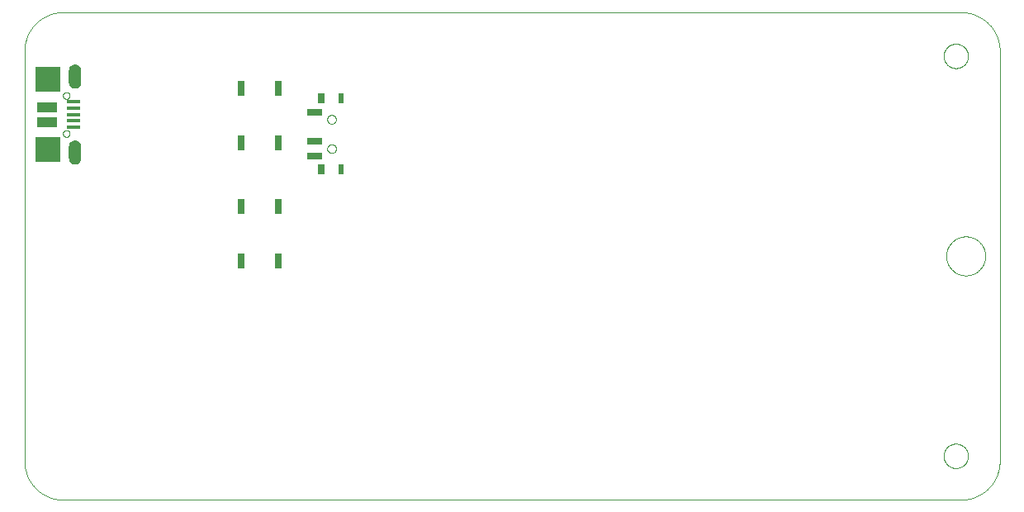
<source format=gbp>
G75*
%MOIN*%
%OFA0B0*%
%FSLAX25Y25*%
%IPPOS*%
%LPD*%
%AMOC8*
5,1,8,0,0,1.08239X$1,22.5*
%
%ADD10C,0.00000*%
%ADD11R,0.03000X0.06000*%
%ADD12R,0.05906X0.02756*%
%ADD13R,0.02362X0.03937*%
%ADD14R,0.03150X0.03937*%
%ADD15R,0.05315X0.01575*%
%ADD16R,0.07874X0.03937*%
%ADD17R,0.09843X0.09843*%
%ADD18C,0.00500*%
D10*
X0020048Y0004300D02*
X0382253Y0004300D01*
X0382634Y0004305D01*
X0383014Y0004318D01*
X0383394Y0004341D01*
X0383773Y0004374D01*
X0384151Y0004415D01*
X0384528Y0004465D01*
X0384904Y0004525D01*
X0385279Y0004593D01*
X0385651Y0004671D01*
X0386022Y0004758D01*
X0386390Y0004853D01*
X0386756Y0004958D01*
X0387119Y0005071D01*
X0387480Y0005193D01*
X0387837Y0005323D01*
X0388191Y0005463D01*
X0388542Y0005610D01*
X0388889Y0005767D01*
X0389232Y0005931D01*
X0389571Y0006104D01*
X0389906Y0006285D01*
X0390237Y0006474D01*
X0390562Y0006671D01*
X0390883Y0006875D01*
X0391199Y0007088D01*
X0391509Y0007308D01*
X0391815Y0007535D01*
X0392114Y0007770D01*
X0392408Y0008012D01*
X0392696Y0008260D01*
X0392978Y0008516D01*
X0393253Y0008779D01*
X0393522Y0009048D01*
X0393785Y0009323D01*
X0394041Y0009605D01*
X0394289Y0009893D01*
X0394531Y0010187D01*
X0394766Y0010486D01*
X0394993Y0010792D01*
X0395213Y0011102D01*
X0395426Y0011418D01*
X0395630Y0011739D01*
X0395827Y0012064D01*
X0396016Y0012395D01*
X0396197Y0012730D01*
X0396370Y0013069D01*
X0396534Y0013412D01*
X0396691Y0013759D01*
X0396838Y0014110D01*
X0396978Y0014464D01*
X0397108Y0014821D01*
X0397230Y0015182D01*
X0397343Y0015545D01*
X0397448Y0015911D01*
X0397543Y0016279D01*
X0397630Y0016650D01*
X0397708Y0017022D01*
X0397776Y0017397D01*
X0397836Y0017773D01*
X0397886Y0018150D01*
X0397927Y0018528D01*
X0397960Y0018907D01*
X0397983Y0019287D01*
X0397996Y0019667D01*
X0398001Y0020048D01*
X0398001Y0185402D01*
X0397996Y0185783D01*
X0397983Y0186163D01*
X0397960Y0186543D01*
X0397927Y0186922D01*
X0397886Y0187300D01*
X0397836Y0187677D01*
X0397776Y0188053D01*
X0397708Y0188428D01*
X0397630Y0188800D01*
X0397543Y0189171D01*
X0397448Y0189539D01*
X0397343Y0189905D01*
X0397230Y0190268D01*
X0397108Y0190629D01*
X0396978Y0190986D01*
X0396838Y0191340D01*
X0396691Y0191691D01*
X0396534Y0192038D01*
X0396370Y0192381D01*
X0396197Y0192720D01*
X0396016Y0193055D01*
X0395827Y0193386D01*
X0395630Y0193711D01*
X0395426Y0194032D01*
X0395213Y0194348D01*
X0394993Y0194658D01*
X0394766Y0194964D01*
X0394531Y0195263D01*
X0394289Y0195557D01*
X0394041Y0195845D01*
X0393785Y0196127D01*
X0393522Y0196402D01*
X0393253Y0196671D01*
X0392978Y0196934D01*
X0392696Y0197190D01*
X0392408Y0197438D01*
X0392114Y0197680D01*
X0391815Y0197915D01*
X0391509Y0198142D01*
X0391199Y0198362D01*
X0390883Y0198575D01*
X0390562Y0198779D01*
X0390237Y0198976D01*
X0389906Y0199165D01*
X0389571Y0199346D01*
X0389232Y0199519D01*
X0388889Y0199683D01*
X0388542Y0199840D01*
X0388191Y0199987D01*
X0387837Y0200127D01*
X0387480Y0200257D01*
X0387119Y0200379D01*
X0386756Y0200492D01*
X0386390Y0200597D01*
X0386022Y0200692D01*
X0385651Y0200779D01*
X0385279Y0200857D01*
X0384904Y0200925D01*
X0384528Y0200985D01*
X0384151Y0201035D01*
X0383773Y0201076D01*
X0383394Y0201109D01*
X0383014Y0201132D01*
X0382634Y0201145D01*
X0382253Y0201150D01*
X0020048Y0201150D01*
X0019667Y0201145D01*
X0019287Y0201132D01*
X0018907Y0201109D01*
X0018528Y0201076D01*
X0018150Y0201035D01*
X0017773Y0200985D01*
X0017397Y0200925D01*
X0017022Y0200857D01*
X0016650Y0200779D01*
X0016279Y0200692D01*
X0015911Y0200597D01*
X0015545Y0200492D01*
X0015182Y0200379D01*
X0014821Y0200257D01*
X0014464Y0200127D01*
X0014110Y0199987D01*
X0013759Y0199840D01*
X0013412Y0199683D01*
X0013069Y0199519D01*
X0012730Y0199346D01*
X0012395Y0199165D01*
X0012064Y0198976D01*
X0011739Y0198779D01*
X0011418Y0198575D01*
X0011102Y0198362D01*
X0010792Y0198142D01*
X0010486Y0197915D01*
X0010187Y0197680D01*
X0009893Y0197438D01*
X0009605Y0197190D01*
X0009323Y0196934D01*
X0009048Y0196671D01*
X0008779Y0196402D01*
X0008516Y0196127D01*
X0008260Y0195845D01*
X0008012Y0195557D01*
X0007770Y0195263D01*
X0007535Y0194964D01*
X0007308Y0194658D01*
X0007088Y0194348D01*
X0006875Y0194032D01*
X0006671Y0193711D01*
X0006474Y0193386D01*
X0006285Y0193055D01*
X0006104Y0192720D01*
X0005931Y0192381D01*
X0005767Y0192038D01*
X0005610Y0191691D01*
X0005463Y0191340D01*
X0005323Y0190986D01*
X0005193Y0190629D01*
X0005071Y0190268D01*
X0004958Y0189905D01*
X0004853Y0189539D01*
X0004758Y0189171D01*
X0004671Y0188800D01*
X0004593Y0188428D01*
X0004525Y0188053D01*
X0004465Y0187677D01*
X0004415Y0187300D01*
X0004374Y0186922D01*
X0004341Y0186543D01*
X0004318Y0186163D01*
X0004305Y0185783D01*
X0004300Y0185402D01*
X0004300Y0020048D01*
X0004305Y0019667D01*
X0004318Y0019287D01*
X0004341Y0018907D01*
X0004374Y0018528D01*
X0004415Y0018150D01*
X0004465Y0017773D01*
X0004525Y0017397D01*
X0004593Y0017022D01*
X0004671Y0016650D01*
X0004758Y0016279D01*
X0004853Y0015911D01*
X0004958Y0015545D01*
X0005071Y0015182D01*
X0005193Y0014821D01*
X0005323Y0014464D01*
X0005463Y0014110D01*
X0005610Y0013759D01*
X0005767Y0013412D01*
X0005931Y0013069D01*
X0006104Y0012730D01*
X0006285Y0012395D01*
X0006474Y0012064D01*
X0006671Y0011739D01*
X0006875Y0011418D01*
X0007088Y0011102D01*
X0007308Y0010792D01*
X0007535Y0010486D01*
X0007770Y0010187D01*
X0008012Y0009893D01*
X0008260Y0009605D01*
X0008516Y0009323D01*
X0008779Y0009048D01*
X0009048Y0008779D01*
X0009323Y0008516D01*
X0009605Y0008260D01*
X0009893Y0008012D01*
X0010187Y0007770D01*
X0010486Y0007535D01*
X0010792Y0007308D01*
X0011102Y0007088D01*
X0011418Y0006875D01*
X0011739Y0006671D01*
X0012064Y0006474D01*
X0012395Y0006285D01*
X0012730Y0006104D01*
X0013069Y0005931D01*
X0013412Y0005767D01*
X0013759Y0005610D01*
X0014110Y0005463D01*
X0014464Y0005323D01*
X0014821Y0005193D01*
X0015182Y0005071D01*
X0015545Y0004958D01*
X0015911Y0004853D01*
X0016279Y0004758D01*
X0016650Y0004671D01*
X0017022Y0004593D01*
X0017397Y0004525D01*
X0017773Y0004465D01*
X0018150Y0004415D01*
X0018528Y0004374D01*
X0018907Y0004341D01*
X0019287Y0004318D01*
X0019667Y0004305D01*
X0020048Y0004300D01*
X0014930Y0144457D02*
X0012568Y0144457D01*
X0012502Y0144465D01*
X0012438Y0144477D01*
X0012374Y0144493D01*
X0012311Y0144512D01*
X0012250Y0144536D01*
X0012190Y0144563D01*
X0012132Y0144593D01*
X0012076Y0144627D01*
X0012022Y0144664D01*
X0011970Y0144705D01*
X0011921Y0144749D01*
X0011874Y0144795D01*
X0011831Y0144844D01*
X0011790Y0144896D01*
X0011753Y0144950D01*
X0011719Y0145006D01*
X0011689Y0145064D01*
X0011662Y0145124D01*
X0011638Y0145185D01*
X0011619Y0145248D01*
X0011603Y0145312D01*
X0011591Y0145376D01*
X0011583Y0145442D01*
X0011579Y0145507D01*
X0011579Y0145573D01*
X0011583Y0145638D01*
X0011583Y0145639D02*
X0011579Y0145704D01*
X0011579Y0145770D01*
X0011583Y0145835D01*
X0011591Y0145901D01*
X0011603Y0145965D01*
X0011619Y0146029D01*
X0011638Y0146092D01*
X0011662Y0146153D01*
X0011689Y0146213D01*
X0011719Y0146271D01*
X0011753Y0146327D01*
X0011790Y0146381D01*
X0011831Y0146433D01*
X0011874Y0146482D01*
X0011921Y0146528D01*
X0011970Y0146572D01*
X0012022Y0146613D01*
X0012076Y0146650D01*
X0012132Y0146684D01*
X0012190Y0146714D01*
X0012250Y0146741D01*
X0012311Y0146765D01*
X0012374Y0146784D01*
X0012438Y0146800D01*
X0012502Y0146812D01*
X0012568Y0146820D01*
X0014930Y0146820D01*
X0014929Y0146820D02*
X0014992Y0146812D01*
X0015054Y0146801D01*
X0015116Y0146786D01*
X0015176Y0146768D01*
X0015236Y0146746D01*
X0015294Y0146721D01*
X0015350Y0146692D01*
X0015405Y0146660D01*
X0015457Y0146625D01*
X0015508Y0146587D01*
X0015556Y0146547D01*
X0015602Y0146503D01*
X0015645Y0146457D01*
X0015686Y0146408D01*
X0015724Y0146357D01*
X0015758Y0146305D01*
X0015790Y0146250D01*
X0015818Y0146193D01*
X0015843Y0146135D01*
X0015864Y0146075D01*
X0015882Y0146015D01*
X0015896Y0145953D01*
X0015907Y0145891D01*
X0015914Y0145828D01*
X0015918Y0145765D01*
X0015917Y0145702D01*
X0015914Y0145639D01*
X0015914Y0145638D02*
X0015917Y0145575D01*
X0015918Y0145512D01*
X0015914Y0145449D01*
X0015907Y0145386D01*
X0015896Y0145324D01*
X0015882Y0145262D01*
X0015864Y0145202D01*
X0015843Y0145142D01*
X0015818Y0145084D01*
X0015790Y0145027D01*
X0015758Y0144972D01*
X0015724Y0144920D01*
X0015686Y0144869D01*
X0015645Y0144820D01*
X0015602Y0144774D01*
X0015556Y0144730D01*
X0015508Y0144690D01*
X0015457Y0144652D01*
X0015405Y0144617D01*
X0015350Y0144585D01*
X0015294Y0144556D01*
X0015236Y0144531D01*
X0015176Y0144509D01*
X0015116Y0144491D01*
X0015054Y0144476D01*
X0014992Y0144465D01*
X0014929Y0144457D01*
X0019851Y0152135D02*
X0019853Y0152209D01*
X0019859Y0152283D01*
X0019869Y0152356D01*
X0019883Y0152429D01*
X0019900Y0152501D01*
X0019922Y0152571D01*
X0019947Y0152641D01*
X0019976Y0152709D01*
X0020009Y0152775D01*
X0020045Y0152840D01*
X0020085Y0152902D01*
X0020127Y0152963D01*
X0020173Y0153021D01*
X0020222Y0153076D01*
X0020274Y0153129D01*
X0020329Y0153179D01*
X0020386Y0153225D01*
X0020446Y0153269D01*
X0020508Y0153309D01*
X0020572Y0153346D01*
X0020638Y0153380D01*
X0020706Y0153410D01*
X0020775Y0153436D01*
X0020846Y0153459D01*
X0020917Y0153477D01*
X0020990Y0153492D01*
X0021063Y0153503D01*
X0021137Y0153510D01*
X0021211Y0153513D01*
X0021284Y0153512D01*
X0021358Y0153507D01*
X0021432Y0153498D01*
X0021505Y0153485D01*
X0021577Y0153468D01*
X0021648Y0153448D01*
X0021718Y0153423D01*
X0021786Y0153395D01*
X0021853Y0153364D01*
X0021918Y0153328D01*
X0021981Y0153290D01*
X0022042Y0153248D01*
X0022101Y0153202D01*
X0022157Y0153154D01*
X0022210Y0153103D01*
X0022260Y0153049D01*
X0022308Y0152992D01*
X0022352Y0152933D01*
X0022394Y0152871D01*
X0022432Y0152808D01*
X0022466Y0152742D01*
X0022497Y0152675D01*
X0022524Y0152606D01*
X0022547Y0152536D01*
X0022567Y0152465D01*
X0022583Y0152392D01*
X0022595Y0152319D01*
X0022603Y0152246D01*
X0022607Y0152172D01*
X0022607Y0152098D01*
X0022603Y0152024D01*
X0022595Y0151951D01*
X0022583Y0151878D01*
X0022567Y0151805D01*
X0022547Y0151734D01*
X0022524Y0151664D01*
X0022497Y0151595D01*
X0022466Y0151528D01*
X0022432Y0151462D01*
X0022394Y0151399D01*
X0022352Y0151337D01*
X0022308Y0151278D01*
X0022260Y0151221D01*
X0022210Y0151167D01*
X0022157Y0151116D01*
X0022101Y0151068D01*
X0022042Y0151022D01*
X0021981Y0150980D01*
X0021918Y0150942D01*
X0021853Y0150906D01*
X0021786Y0150875D01*
X0021718Y0150847D01*
X0021648Y0150822D01*
X0021577Y0150802D01*
X0021505Y0150785D01*
X0021432Y0150772D01*
X0021358Y0150763D01*
X0021284Y0150758D01*
X0021211Y0150757D01*
X0021137Y0150760D01*
X0021063Y0150767D01*
X0020990Y0150778D01*
X0020917Y0150793D01*
X0020846Y0150811D01*
X0020775Y0150834D01*
X0020706Y0150860D01*
X0020638Y0150890D01*
X0020572Y0150924D01*
X0020508Y0150961D01*
X0020446Y0151001D01*
X0020386Y0151045D01*
X0020329Y0151091D01*
X0020274Y0151141D01*
X0020222Y0151194D01*
X0020173Y0151249D01*
X0020127Y0151307D01*
X0020085Y0151368D01*
X0020045Y0151430D01*
X0020009Y0151495D01*
X0019976Y0151561D01*
X0019947Y0151629D01*
X0019922Y0151699D01*
X0019900Y0151769D01*
X0019883Y0151841D01*
X0019869Y0151914D01*
X0019859Y0151987D01*
X0019853Y0152061D01*
X0019851Y0152135D01*
X0019851Y0167489D02*
X0019853Y0167563D01*
X0019859Y0167637D01*
X0019869Y0167710D01*
X0019883Y0167783D01*
X0019900Y0167855D01*
X0019922Y0167925D01*
X0019947Y0167995D01*
X0019976Y0168063D01*
X0020009Y0168129D01*
X0020045Y0168194D01*
X0020085Y0168256D01*
X0020127Y0168317D01*
X0020173Y0168375D01*
X0020222Y0168430D01*
X0020274Y0168483D01*
X0020329Y0168533D01*
X0020386Y0168579D01*
X0020446Y0168623D01*
X0020508Y0168663D01*
X0020572Y0168700D01*
X0020638Y0168734D01*
X0020706Y0168764D01*
X0020775Y0168790D01*
X0020846Y0168813D01*
X0020917Y0168831D01*
X0020990Y0168846D01*
X0021063Y0168857D01*
X0021137Y0168864D01*
X0021211Y0168867D01*
X0021284Y0168866D01*
X0021358Y0168861D01*
X0021432Y0168852D01*
X0021505Y0168839D01*
X0021577Y0168822D01*
X0021648Y0168802D01*
X0021718Y0168777D01*
X0021786Y0168749D01*
X0021853Y0168718D01*
X0021918Y0168682D01*
X0021981Y0168644D01*
X0022042Y0168602D01*
X0022101Y0168556D01*
X0022157Y0168508D01*
X0022210Y0168457D01*
X0022260Y0168403D01*
X0022308Y0168346D01*
X0022352Y0168287D01*
X0022394Y0168225D01*
X0022432Y0168162D01*
X0022466Y0168096D01*
X0022497Y0168029D01*
X0022524Y0167960D01*
X0022547Y0167890D01*
X0022567Y0167819D01*
X0022583Y0167746D01*
X0022595Y0167673D01*
X0022603Y0167600D01*
X0022607Y0167526D01*
X0022607Y0167452D01*
X0022603Y0167378D01*
X0022595Y0167305D01*
X0022583Y0167232D01*
X0022567Y0167159D01*
X0022547Y0167088D01*
X0022524Y0167018D01*
X0022497Y0166949D01*
X0022466Y0166882D01*
X0022432Y0166816D01*
X0022394Y0166753D01*
X0022352Y0166691D01*
X0022308Y0166632D01*
X0022260Y0166575D01*
X0022210Y0166521D01*
X0022157Y0166470D01*
X0022101Y0166422D01*
X0022042Y0166376D01*
X0021981Y0166334D01*
X0021918Y0166296D01*
X0021853Y0166260D01*
X0021786Y0166229D01*
X0021718Y0166201D01*
X0021648Y0166176D01*
X0021577Y0166156D01*
X0021505Y0166139D01*
X0021432Y0166126D01*
X0021358Y0166117D01*
X0021284Y0166112D01*
X0021211Y0166111D01*
X0021137Y0166114D01*
X0021063Y0166121D01*
X0020990Y0166132D01*
X0020917Y0166147D01*
X0020846Y0166165D01*
X0020775Y0166188D01*
X0020706Y0166214D01*
X0020638Y0166244D01*
X0020572Y0166278D01*
X0020508Y0166315D01*
X0020446Y0166355D01*
X0020386Y0166399D01*
X0020329Y0166445D01*
X0020274Y0166495D01*
X0020222Y0166548D01*
X0020173Y0166603D01*
X0020127Y0166661D01*
X0020085Y0166722D01*
X0020045Y0166784D01*
X0020009Y0166849D01*
X0019976Y0166915D01*
X0019947Y0166983D01*
X0019922Y0167053D01*
X0019900Y0167123D01*
X0019883Y0167195D01*
X0019869Y0167268D01*
X0019859Y0167341D01*
X0019853Y0167415D01*
X0019851Y0167489D01*
X0014930Y0172804D02*
X0012568Y0172804D01*
X0012502Y0172812D01*
X0012438Y0172824D01*
X0012374Y0172840D01*
X0012311Y0172859D01*
X0012250Y0172883D01*
X0012190Y0172910D01*
X0012132Y0172940D01*
X0012076Y0172974D01*
X0012022Y0173011D01*
X0011970Y0173052D01*
X0011921Y0173096D01*
X0011874Y0173142D01*
X0011831Y0173191D01*
X0011790Y0173243D01*
X0011753Y0173297D01*
X0011719Y0173353D01*
X0011689Y0173411D01*
X0011662Y0173471D01*
X0011638Y0173532D01*
X0011619Y0173595D01*
X0011603Y0173659D01*
X0011591Y0173723D01*
X0011583Y0173789D01*
X0011579Y0173854D01*
X0011579Y0173920D01*
X0011583Y0173985D01*
X0011579Y0174050D01*
X0011579Y0174116D01*
X0011583Y0174181D01*
X0011591Y0174247D01*
X0011603Y0174311D01*
X0011619Y0174375D01*
X0011638Y0174438D01*
X0011662Y0174499D01*
X0011689Y0174559D01*
X0011719Y0174617D01*
X0011753Y0174673D01*
X0011790Y0174727D01*
X0011831Y0174779D01*
X0011874Y0174828D01*
X0011921Y0174874D01*
X0011970Y0174918D01*
X0012022Y0174959D01*
X0012076Y0174996D01*
X0012132Y0175030D01*
X0012190Y0175060D01*
X0012250Y0175087D01*
X0012311Y0175111D01*
X0012374Y0175130D01*
X0012438Y0175146D01*
X0012502Y0175158D01*
X0012568Y0175166D01*
X0014930Y0175166D01*
X0014929Y0175166D02*
X0014992Y0175158D01*
X0015054Y0175147D01*
X0015116Y0175132D01*
X0015176Y0175114D01*
X0015236Y0175092D01*
X0015294Y0175067D01*
X0015350Y0175038D01*
X0015405Y0175006D01*
X0015457Y0174971D01*
X0015508Y0174933D01*
X0015556Y0174893D01*
X0015602Y0174849D01*
X0015645Y0174803D01*
X0015686Y0174754D01*
X0015724Y0174703D01*
X0015758Y0174651D01*
X0015790Y0174596D01*
X0015818Y0174539D01*
X0015843Y0174481D01*
X0015864Y0174421D01*
X0015882Y0174361D01*
X0015896Y0174299D01*
X0015907Y0174237D01*
X0015914Y0174174D01*
X0015918Y0174111D01*
X0015917Y0174048D01*
X0015914Y0173985D01*
X0015917Y0173922D01*
X0015918Y0173859D01*
X0015914Y0173796D01*
X0015907Y0173733D01*
X0015896Y0173671D01*
X0015882Y0173609D01*
X0015864Y0173549D01*
X0015843Y0173489D01*
X0015818Y0173431D01*
X0015790Y0173374D01*
X0015758Y0173319D01*
X0015724Y0173267D01*
X0015686Y0173216D01*
X0015645Y0173167D01*
X0015602Y0173121D01*
X0015556Y0173077D01*
X0015508Y0173037D01*
X0015457Y0172999D01*
X0015405Y0172964D01*
X0015350Y0172932D01*
X0015294Y0172903D01*
X0015236Y0172878D01*
X0015176Y0172856D01*
X0015116Y0172838D01*
X0015054Y0172823D01*
X0014992Y0172812D01*
X0014929Y0172804D01*
X0126544Y0157843D02*
X0126546Y0157927D01*
X0126552Y0158010D01*
X0126562Y0158093D01*
X0126576Y0158176D01*
X0126593Y0158258D01*
X0126615Y0158339D01*
X0126640Y0158418D01*
X0126669Y0158497D01*
X0126702Y0158574D01*
X0126738Y0158649D01*
X0126778Y0158723D01*
X0126821Y0158795D01*
X0126868Y0158864D01*
X0126918Y0158931D01*
X0126971Y0158996D01*
X0127027Y0159058D01*
X0127085Y0159118D01*
X0127147Y0159175D01*
X0127211Y0159228D01*
X0127278Y0159279D01*
X0127347Y0159326D01*
X0127418Y0159371D01*
X0127491Y0159411D01*
X0127566Y0159448D01*
X0127643Y0159482D01*
X0127721Y0159512D01*
X0127800Y0159538D01*
X0127881Y0159561D01*
X0127963Y0159579D01*
X0128045Y0159594D01*
X0128128Y0159605D01*
X0128211Y0159612D01*
X0128295Y0159615D01*
X0128379Y0159614D01*
X0128462Y0159609D01*
X0128546Y0159600D01*
X0128628Y0159587D01*
X0128710Y0159571D01*
X0128791Y0159550D01*
X0128872Y0159526D01*
X0128950Y0159498D01*
X0129028Y0159466D01*
X0129104Y0159430D01*
X0129178Y0159391D01*
X0129250Y0159349D01*
X0129320Y0159303D01*
X0129388Y0159254D01*
X0129453Y0159202D01*
X0129516Y0159147D01*
X0129576Y0159089D01*
X0129634Y0159028D01*
X0129688Y0158964D01*
X0129740Y0158898D01*
X0129788Y0158830D01*
X0129833Y0158759D01*
X0129874Y0158686D01*
X0129913Y0158612D01*
X0129947Y0158536D01*
X0129978Y0158458D01*
X0130005Y0158379D01*
X0130029Y0158298D01*
X0130048Y0158217D01*
X0130064Y0158135D01*
X0130076Y0158052D01*
X0130084Y0157968D01*
X0130088Y0157885D01*
X0130088Y0157801D01*
X0130084Y0157718D01*
X0130076Y0157634D01*
X0130064Y0157551D01*
X0130048Y0157469D01*
X0130029Y0157388D01*
X0130005Y0157307D01*
X0129978Y0157228D01*
X0129947Y0157150D01*
X0129913Y0157074D01*
X0129874Y0157000D01*
X0129833Y0156927D01*
X0129788Y0156856D01*
X0129740Y0156788D01*
X0129688Y0156722D01*
X0129634Y0156658D01*
X0129576Y0156597D01*
X0129516Y0156539D01*
X0129453Y0156484D01*
X0129388Y0156432D01*
X0129320Y0156383D01*
X0129250Y0156337D01*
X0129178Y0156295D01*
X0129104Y0156256D01*
X0129028Y0156220D01*
X0128950Y0156188D01*
X0128872Y0156160D01*
X0128791Y0156136D01*
X0128710Y0156115D01*
X0128628Y0156099D01*
X0128546Y0156086D01*
X0128462Y0156077D01*
X0128379Y0156072D01*
X0128295Y0156071D01*
X0128211Y0156074D01*
X0128128Y0156081D01*
X0128045Y0156092D01*
X0127963Y0156107D01*
X0127881Y0156125D01*
X0127800Y0156148D01*
X0127721Y0156174D01*
X0127643Y0156204D01*
X0127566Y0156238D01*
X0127491Y0156275D01*
X0127418Y0156315D01*
X0127347Y0156360D01*
X0127278Y0156407D01*
X0127211Y0156458D01*
X0127147Y0156511D01*
X0127085Y0156568D01*
X0127027Y0156628D01*
X0126971Y0156690D01*
X0126918Y0156755D01*
X0126868Y0156822D01*
X0126821Y0156891D01*
X0126778Y0156963D01*
X0126738Y0157037D01*
X0126702Y0157112D01*
X0126669Y0157189D01*
X0126640Y0157268D01*
X0126615Y0157347D01*
X0126593Y0157428D01*
X0126576Y0157510D01*
X0126562Y0157593D01*
X0126552Y0157676D01*
X0126546Y0157759D01*
X0126544Y0157843D01*
X0126544Y0146032D02*
X0126546Y0146116D01*
X0126552Y0146199D01*
X0126562Y0146282D01*
X0126576Y0146365D01*
X0126593Y0146447D01*
X0126615Y0146528D01*
X0126640Y0146607D01*
X0126669Y0146686D01*
X0126702Y0146763D01*
X0126738Y0146838D01*
X0126778Y0146912D01*
X0126821Y0146984D01*
X0126868Y0147053D01*
X0126918Y0147120D01*
X0126971Y0147185D01*
X0127027Y0147247D01*
X0127085Y0147307D01*
X0127147Y0147364D01*
X0127211Y0147417D01*
X0127278Y0147468D01*
X0127347Y0147515D01*
X0127418Y0147560D01*
X0127491Y0147600D01*
X0127566Y0147637D01*
X0127643Y0147671D01*
X0127721Y0147701D01*
X0127800Y0147727D01*
X0127881Y0147750D01*
X0127963Y0147768D01*
X0128045Y0147783D01*
X0128128Y0147794D01*
X0128211Y0147801D01*
X0128295Y0147804D01*
X0128379Y0147803D01*
X0128462Y0147798D01*
X0128546Y0147789D01*
X0128628Y0147776D01*
X0128710Y0147760D01*
X0128791Y0147739D01*
X0128872Y0147715D01*
X0128950Y0147687D01*
X0129028Y0147655D01*
X0129104Y0147619D01*
X0129178Y0147580D01*
X0129250Y0147538D01*
X0129320Y0147492D01*
X0129388Y0147443D01*
X0129453Y0147391D01*
X0129516Y0147336D01*
X0129576Y0147278D01*
X0129634Y0147217D01*
X0129688Y0147153D01*
X0129740Y0147087D01*
X0129788Y0147019D01*
X0129833Y0146948D01*
X0129874Y0146875D01*
X0129913Y0146801D01*
X0129947Y0146725D01*
X0129978Y0146647D01*
X0130005Y0146568D01*
X0130029Y0146487D01*
X0130048Y0146406D01*
X0130064Y0146324D01*
X0130076Y0146241D01*
X0130084Y0146157D01*
X0130088Y0146074D01*
X0130088Y0145990D01*
X0130084Y0145907D01*
X0130076Y0145823D01*
X0130064Y0145740D01*
X0130048Y0145658D01*
X0130029Y0145577D01*
X0130005Y0145496D01*
X0129978Y0145417D01*
X0129947Y0145339D01*
X0129913Y0145263D01*
X0129874Y0145189D01*
X0129833Y0145116D01*
X0129788Y0145045D01*
X0129740Y0144977D01*
X0129688Y0144911D01*
X0129634Y0144847D01*
X0129576Y0144786D01*
X0129516Y0144728D01*
X0129453Y0144673D01*
X0129388Y0144621D01*
X0129320Y0144572D01*
X0129250Y0144526D01*
X0129178Y0144484D01*
X0129104Y0144445D01*
X0129028Y0144409D01*
X0128950Y0144377D01*
X0128872Y0144349D01*
X0128791Y0144325D01*
X0128710Y0144304D01*
X0128628Y0144288D01*
X0128546Y0144275D01*
X0128462Y0144266D01*
X0128379Y0144261D01*
X0128295Y0144260D01*
X0128211Y0144263D01*
X0128128Y0144270D01*
X0128045Y0144281D01*
X0127963Y0144296D01*
X0127881Y0144314D01*
X0127800Y0144337D01*
X0127721Y0144363D01*
X0127643Y0144393D01*
X0127566Y0144427D01*
X0127491Y0144464D01*
X0127418Y0144504D01*
X0127347Y0144549D01*
X0127278Y0144596D01*
X0127211Y0144647D01*
X0127147Y0144700D01*
X0127085Y0144757D01*
X0127027Y0144817D01*
X0126971Y0144879D01*
X0126918Y0144944D01*
X0126868Y0145011D01*
X0126821Y0145080D01*
X0126778Y0145152D01*
X0126738Y0145226D01*
X0126702Y0145301D01*
X0126669Y0145378D01*
X0126640Y0145457D01*
X0126615Y0145536D01*
X0126593Y0145617D01*
X0126576Y0145699D01*
X0126562Y0145782D01*
X0126552Y0145865D01*
X0126546Y0145948D01*
X0126544Y0146032D01*
X0375363Y0183434D02*
X0375365Y0183574D01*
X0375371Y0183714D01*
X0375381Y0183853D01*
X0375395Y0183992D01*
X0375413Y0184131D01*
X0375434Y0184269D01*
X0375460Y0184407D01*
X0375490Y0184544D01*
X0375523Y0184679D01*
X0375561Y0184814D01*
X0375602Y0184948D01*
X0375647Y0185081D01*
X0375695Y0185212D01*
X0375748Y0185341D01*
X0375804Y0185470D01*
X0375863Y0185596D01*
X0375927Y0185721D01*
X0375993Y0185844D01*
X0376064Y0185965D01*
X0376137Y0186084D01*
X0376214Y0186201D01*
X0376295Y0186315D01*
X0376378Y0186427D01*
X0376465Y0186537D01*
X0376555Y0186645D01*
X0376647Y0186749D01*
X0376743Y0186851D01*
X0376842Y0186951D01*
X0376943Y0187047D01*
X0377047Y0187141D01*
X0377154Y0187231D01*
X0377263Y0187318D01*
X0377375Y0187403D01*
X0377489Y0187484D01*
X0377605Y0187562D01*
X0377723Y0187636D01*
X0377844Y0187707D01*
X0377966Y0187775D01*
X0378091Y0187839D01*
X0378217Y0187900D01*
X0378344Y0187957D01*
X0378474Y0188010D01*
X0378605Y0188060D01*
X0378737Y0188105D01*
X0378870Y0188148D01*
X0379005Y0188186D01*
X0379140Y0188220D01*
X0379277Y0188251D01*
X0379414Y0188278D01*
X0379552Y0188300D01*
X0379691Y0188319D01*
X0379830Y0188334D01*
X0379969Y0188345D01*
X0380109Y0188352D01*
X0380249Y0188355D01*
X0380389Y0188354D01*
X0380529Y0188349D01*
X0380668Y0188340D01*
X0380808Y0188327D01*
X0380947Y0188310D01*
X0381085Y0188289D01*
X0381223Y0188265D01*
X0381360Y0188236D01*
X0381496Y0188204D01*
X0381631Y0188167D01*
X0381765Y0188127D01*
X0381898Y0188083D01*
X0382029Y0188035D01*
X0382159Y0187984D01*
X0382288Y0187929D01*
X0382415Y0187870D01*
X0382540Y0187807D01*
X0382663Y0187742D01*
X0382785Y0187672D01*
X0382904Y0187599D01*
X0383022Y0187523D01*
X0383137Y0187444D01*
X0383250Y0187361D01*
X0383360Y0187275D01*
X0383468Y0187186D01*
X0383573Y0187094D01*
X0383676Y0186999D01*
X0383776Y0186901D01*
X0383873Y0186801D01*
X0383967Y0186697D01*
X0384059Y0186591D01*
X0384147Y0186483D01*
X0384232Y0186372D01*
X0384314Y0186258D01*
X0384393Y0186142D01*
X0384468Y0186025D01*
X0384540Y0185905D01*
X0384608Y0185783D01*
X0384673Y0185659D01*
X0384735Y0185533D01*
X0384793Y0185406D01*
X0384847Y0185277D01*
X0384898Y0185146D01*
X0384944Y0185014D01*
X0384987Y0184881D01*
X0385027Y0184747D01*
X0385062Y0184612D01*
X0385094Y0184475D01*
X0385121Y0184338D01*
X0385145Y0184200D01*
X0385165Y0184062D01*
X0385181Y0183923D01*
X0385193Y0183783D01*
X0385201Y0183644D01*
X0385205Y0183504D01*
X0385205Y0183364D01*
X0385201Y0183224D01*
X0385193Y0183085D01*
X0385181Y0182945D01*
X0385165Y0182806D01*
X0385145Y0182668D01*
X0385121Y0182530D01*
X0385094Y0182393D01*
X0385062Y0182256D01*
X0385027Y0182121D01*
X0384987Y0181987D01*
X0384944Y0181854D01*
X0384898Y0181722D01*
X0384847Y0181591D01*
X0384793Y0181462D01*
X0384735Y0181335D01*
X0384673Y0181209D01*
X0384608Y0181085D01*
X0384540Y0180963D01*
X0384468Y0180843D01*
X0384393Y0180726D01*
X0384314Y0180610D01*
X0384232Y0180496D01*
X0384147Y0180385D01*
X0384059Y0180277D01*
X0383967Y0180171D01*
X0383873Y0180067D01*
X0383776Y0179967D01*
X0383676Y0179869D01*
X0383573Y0179774D01*
X0383468Y0179682D01*
X0383360Y0179593D01*
X0383250Y0179507D01*
X0383137Y0179424D01*
X0383022Y0179345D01*
X0382904Y0179269D01*
X0382785Y0179196D01*
X0382663Y0179126D01*
X0382540Y0179061D01*
X0382415Y0178998D01*
X0382288Y0178939D01*
X0382159Y0178884D01*
X0382029Y0178833D01*
X0381898Y0178785D01*
X0381765Y0178741D01*
X0381631Y0178701D01*
X0381496Y0178664D01*
X0381360Y0178632D01*
X0381223Y0178603D01*
X0381085Y0178579D01*
X0380947Y0178558D01*
X0380808Y0178541D01*
X0380668Y0178528D01*
X0380529Y0178519D01*
X0380389Y0178514D01*
X0380249Y0178513D01*
X0380109Y0178516D01*
X0379969Y0178523D01*
X0379830Y0178534D01*
X0379691Y0178549D01*
X0379552Y0178568D01*
X0379414Y0178590D01*
X0379277Y0178617D01*
X0379140Y0178648D01*
X0379005Y0178682D01*
X0378870Y0178720D01*
X0378737Y0178763D01*
X0378605Y0178808D01*
X0378474Y0178858D01*
X0378344Y0178911D01*
X0378217Y0178968D01*
X0378091Y0179029D01*
X0377966Y0179093D01*
X0377844Y0179161D01*
X0377723Y0179232D01*
X0377605Y0179306D01*
X0377489Y0179384D01*
X0377375Y0179465D01*
X0377263Y0179550D01*
X0377154Y0179637D01*
X0377047Y0179727D01*
X0376943Y0179821D01*
X0376842Y0179917D01*
X0376743Y0180017D01*
X0376647Y0180119D01*
X0376555Y0180223D01*
X0376465Y0180331D01*
X0376378Y0180441D01*
X0376295Y0180553D01*
X0376214Y0180667D01*
X0376137Y0180784D01*
X0376064Y0180903D01*
X0375993Y0181024D01*
X0375927Y0181147D01*
X0375863Y0181272D01*
X0375804Y0181398D01*
X0375748Y0181527D01*
X0375695Y0181656D01*
X0375647Y0181787D01*
X0375602Y0181920D01*
X0375561Y0182054D01*
X0375523Y0182189D01*
X0375490Y0182324D01*
X0375460Y0182461D01*
X0375434Y0182599D01*
X0375413Y0182737D01*
X0375395Y0182876D01*
X0375381Y0183015D01*
X0375371Y0183154D01*
X0375365Y0183294D01*
X0375363Y0183434D01*
X0376426Y0102725D02*
X0376428Y0102918D01*
X0376435Y0103111D01*
X0376447Y0103304D01*
X0376464Y0103497D01*
X0376485Y0103689D01*
X0376511Y0103880D01*
X0376542Y0104071D01*
X0376577Y0104261D01*
X0376617Y0104450D01*
X0376662Y0104638D01*
X0376711Y0104825D01*
X0376765Y0105011D01*
X0376823Y0105195D01*
X0376886Y0105378D01*
X0376954Y0105559D01*
X0377025Y0105738D01*
X0377102Y0105916D01*
X0377182Y0106092D01*
X0377267Y0106265D01*
X0377356Y0106437D01*
X0377449Y0106606D01*
X0377546Y0106773D01*
X0377648Y0106938D01*
X0377753Y0107100D01*
X0377862Y0107259D01*
X0377976Y0107416D01*
X0378093Y0107569D01*
X0378213Y0107720D01*
X0378338Y0107868D01*
X0378466Y0108013D01*
X0378597Y0108154D01*
X0378732Y0108293D01*
X0378871Y0108428D01*
X0379012Y0108559D01*
X0379157Y0108687D01*
X0379305Y0108812D01*
X0379456Y0108932D01*
X0379609Y0109049D01*
X0379766Y0109163D01*
X0379925Y0109272D01*
X0380087Y0109377D01*
X0380252Y0109479D01*
X0380419Y0109576D01*
X0380588Y0109669D01*
X0380760Y0109758D01*
X0380933Y0109843D01*
X0381109Y0109923D01*
X0381287Y0110000D01*
X0381466Y0110071D01*
X0381647Y0110139D01*
X0381830Y0110202D01*
X0382014Y0110260D01*
X0382200Y0110314D01*
X0382387Y0110363D01*
X0382575Y0110408D01*
X0382764Y0110448D01*
X0382954Y0110483D01*
X0383145Y0110514D01*
X0383336Y0110540D01*
X0383528Y0110561D01*
X0383721Y0110578D01*
X0383914Y0110590D01*
X0384107Y0110597D01*
X0384300Y0110599D01*
X0384493Y0110597D01*
X0384686Y0110590D01*
X0384879Y0110578D01*
X0385072Y0110561D01*
X0385264Y0110540D01*
X0385455Y0110514D01*
X0385646Y0110483D01*
X0385836Y0110448D01*
X0386025Y0110408D01*
X0386213Y0110363D01*
X0386400Y0110314D01*
X0386586Y0110260D01*
X0386770Y0110202D01*
X0386953Y0110139D01*
X0387134Y0110071D01*
X0387313Y0110000D01*
X0387491Y0109923D01*
X0387667Y0109843D01*
X0387840Y0109758D01*
X0388012Y0109669D01*
X0388181Y0109576D01*
X0388348Y0109479D01*
X0388513Y0109377D01*
X0388675Y0109272D01*
X0388834Y0109163D01*
X0388991Y0109049D01*
X0389144Y0108932D01*
X0389295Y0108812D01*
X0389443Y0108687D01*
X0389588Y0108559D01*
X0389729Y0108428D01*
X0389868Y0108293D01*
X0390003Y0108154D01*
X0390134Y0108013D01*
X0390262Y0107868D01*
X0390387Y0107720D01*
X0390507Y0107569D01*
X0390624Y0107416D01*
X0390738Y0107259D01*
X0390847Y0107100D01*
X0390952Y0106938D01*
X0391054Y0106773D01*
X0391151Y0106606D01*
X0391244Y0106437D01*
X0391333Y0106265D01*
X0391418Y0106092D01*
X0391498Y0105916D01*
X0391575Y0105738D01*
X0391646Y0105559D01*
X0391714Y0105378D01*
X0391777Y0105195D01*
X0391835Y0105011D01*
X0391889Y0104825D01*
X0391938Y0104638D01*
X0391983Y0104450D01*
X0392023Y0104261D01*
X0392058Y0104071D01*
X0392089Y0103880D01*
X0392115Y0103689D01*
X0392136Y0103497D01*
X0392153Y0103304D01*
X0392165Y0103111D01*
X0392172Y0102918D01*
X0392174Y0102725D01*
X0392172Y0102532D01*
X0392165Y0102339D01*
X0392153Y0102146D01*
X0392136Y0101953D01*
X0392115Y0101761D01*
X0392089Y0101570D01*
X0392058Y0101379D01*
X0392023Y0101189D01*
X0391983Y0101000D01*
X0391938Y0100812D01*
X0391889Y0100625D01*
X0391835Y0100439D01*
X0391777Y0100255D01*
X0391714Y0100072D01*
X0391646Y0099891D01*
X0391575Y0099712D01*
X0391498Y0099534D01*
X0391418Y0099358D01*
X0391333Y0099185D01*
X0391244Y0099013D01*
X0391151Y0098844D01*
X0391054Y0098677D01*
X0390952Y0098512D01*
X0390847Y0098350D01*
X0390738Y0098191D01*
X0390624Y0098034D01*
X0390507Y0097881D01*
X0390387Y0097730D01*
X0390262Y0097582D01*
X0390134Y0097437D01*
X0390003Y0097296D01*
X0389868Y0097157D01*
X0389729Y0097022D01*
X0389588Y0096891D01*
X0389443Y0096763D01*
X0389295Y0096638D01*
X0389144Y0096518D01*
X0388991Y0096401D01*
X0388834Y0096287D01*
X0388675Y0096178D01*
X0388513Y0096073D01*
X0388348Y0095971D01*
X0388181Y0095874D01*
X0388012Y0095781D01*
X0387840Y0095692D01*
X0387667Y0095607D01*
X0387491Y0095527D01*
X0387313Y0095450D01*
X0387134Y0095379D01*
X0386953Y0095311D01*
X0386770Y0095248D01*
X0386586Y0095190D01*
X0386400Y0095136D01*
X0386213Y0095087D01*
X0386025Y0095042D01*
X0385836Y0095002D01*
X0385646Y0094967D01*
X0385455Y0094936D01*
X0385264Y0094910D01*
X0385072Y0094889D01*
X0384879Y0094872D01*
X0384686Y0094860D01*
X0384493Y0094853D01*
X0384300Y0094851D01*
X0384107Y0094853D01*
X0383914Y0094860D01*
X0383721Y0094872D01*
X0383528Y0094889D01*
X0383336Y0094910D01*
X0383145Y0094936D01*
X0382954Y0094967D01*
X0382764Y0095002D01*
X0382575Y0095042D01*
X0382387Y0095087D01*
X0382200Y0095136D01*
X0382014Y0095190D01*
X0381830Y0095248D01*
X0381647Y0095311D01*
X0381466Y0095379D01*
X0381287Y0095450D01*
X0381109Y0095527D01*
X0380933Y0095607D01*
X0380760Y0095692D01*
X0380588Y0095781D01*
X0380419Y0095874D01*
X0380252Y0095971D01*
X0380087Y0096073D01*
X0379925Y0096178D01*
X0379766Y0096287D01*
X0379609Y0096401D01*
X0379456Y0096518D01*
X0379305Y0096638D01*
X0379157Y0096763D01*
X0379012Y0096891D01*
X0378871Y0097022D01*
X0378732Y0097157D01*
X0378597Y0097296D01*
X0378466Y0097437D01*
X0378338Y0097582D01*
X0378213Y0097730D01*
X0378093Y0097881D01*
X0377976Y0098034D01*
X0377862Y0098191D01*
X0377753Y0098350D01*
X0377648Y0098512D01*
X0377546Y0098677D01*
X0377449Y0098844D01*
X0377356Y0099013D01*
X0377267Y0099185D01*
X0377182Y0099358D01*
X0377102Y0099534D01*
X0377025Y0099712D01*
X0376954Y0099891D01*
X0376886Y0100072D01*
X0376823Y0100255D01*
X0376765Y0100439D01*
X0376711Y0100625D01*
X0376662Y0100812D01*
X0376617Y0101000D01*
X0376577Y0101189D01*
X0376542Y0101379D01*
X0376511Y0101570D01*
X0376485Y0101761D01*
X0376464Y0101953D01*
X0376447Y0102146D01*
X0376435Y0102339D01*
X0376428Y0102532D01*
X0376426Y0102725D01*
X0375363Y0022017D02*
X0375365Y0022157D01*
X0375371Y0022297D01*
X0375381Y0022436D01*
X0375395Y0022575D01*
X0375413Y0022714D01*
X0375434Y0022852D01*
X0375460Y0022990D01*
X0375490Y0023127D01*
X0375523Y0023262D01*
X0375561Y0023397D01*
X0375602Y0023531D01*
X0375647Y0023664D01*
X0375695Y0023795D01*
X0375748Y0023924D01*
X0375804Y0024053D01*
X0375863Y0024179D01*
X0375927Y0024304D01*
X0375993Y0024427D01*
X0376064Y0024548D01*
X0376137Y0024667D01*
X0376214Y0024784D01*
X0376295Y0024898D01*
X0376378Y0025010D01*
X0376465Y0025120D01*
X0376555Y0025228D01*
X0376647Y0025332D01*
X0376743Y0025434D01*
X0376842Y0025534D01*
X0376943Y0025630D01*
X0377047Y0025724D01*
X0377154Y0025814D01*
X0377263Y0025901D01*
X0377375Y0025986D01*
X0377489Y0026067D01*
X0377605Y0026145D01*
X0377723Y0026219D01*
X0377844Y0026290D01*
X0377966Y0026358D01*
X0378091Y0026422D01*
X0378217Y0026483D01*
X0378344Y0026540D01*
X0378474Y0026593D01*
X0378605Y0026643D01*
X0378737Y0026688D01*
X0378870Y0026731D01*
X0379005Y0026769D01*
X0379140Y0026803D01*
X0379277Y0026834D01*
X0379414Y0026861D01*
X0379552Y0026883D01*
X0379691Y0026902D01*
X0379830Y0026917D01*
X0379969Y0026928D01*
X0380109Y0026935D01*
X0380249Y0026938D01*
X0380389Y0026937D01*
X0380529Y0026932D01*
X0380668Y0026923D01*
X0380808Y0026910D01*
X0380947Y0026893D01*
X0381085Y0026872D01*
X0381223Y0026848D01*
X0381360Y0026819D01*
X0381496Y0026787D01*
X0381631Y0026750D01*
X0381765Y0026710D01*
X0381898Y0026666D01*
X0382029Y0026618D01*
X0382159Y0026567D01*
X0382288Y0026512D01*
X0382415Y0026453D01*
X0382540Y0026390D01*
X0382663Y0026325D01*
X0382785Y0026255D01*
X0382904Y0026182D01*
X0383022Y0026106D01*
X0383137Y0026027D01*
X0383250Y0025944D01*
X0383360Y0025858D01*
X0383468Y0025769D01*
X0383573Y0025677D01*
X0383676Y0025582D01*
X0383776Y0025484D01*
X0383873Y0025384D01*
X0383967Y0025280D01*
X0384059Y0025174D01*
X0384147Y0025066D01*
X0384232Y0024955D01*
X0384314Y0024841D01*
X0384393Y0024725D01*
X0384468Y0024608D01*
X0384540Y0024488D01*
X0384608Y0024366D01*
X0384673Y0024242D01*
X0384735Y0024116D01*
X0384793Y0023989D01*
X0384847Y0023860D01*
X0384898Y0023729D01*
X0384944Y0023597D01*
X0384987Y0023464D01*
X0385027Y0023330D01*
X0385062Y0023195D01*
X0385094Y0023058D01*
X0385121Y0022921D01*
X0385145Y0022783D01*
X0385165Y0022645D01*
X0385181Y0022506D01*
X0385193Y0022366D01*
X0385201Y0022227D01*
X0385205Y0022087D01*
X0385205Y0021947D01*
X0385201Y0021807D01*
X0385193Y0021668D01*
X0385181Y0021528D01*
X0385165Y0021389D01*
X0385145Y0021251D01*
X0385121Y0021113D01*
X0385094Y0020976D01*
X0385062Y0020839D01*
X0385027Y0020704D01*
X0384987Y0020570D01*
X0384944Y0020437D01*
X0384898Y0020305D01*
X0384847Y0020174D01*
X0384793Y0020045D01*
X0384735Y0019918D01*
X0384673Y0019792D01*
X0384608Y0019668D01*
X0384540Y0019546D01*
X0384468Y0019426D01*
X0384393Y0019309D01*
X0384314Y0019193D01*
X0384232Y0019079D01*
X0384147Y0018968D01*
X0384059Y0018860D01*
X0383967Y0018754D01*
X0383873Y0018650D01*
X0383776Y0018550D01*
X0383676Y0018452D01*
X0383573Y0018357D01*
X0383468Y0018265D01*
X0383360Y0018176D01*
X0383250Y0018090D01*
X0383137Y0018007D01*
X0383022Y0017928D01*
X0382904Y0017852D01*
X0382785Y0017779D01*
X0382663Y0017709D01*
X0382540Y0017644D01*
X0382415Y0017581D01*
X0382288Y0017522D01*
X0382159Y0017467D01*
X0382029Y0017416D01*
X0381898Y0017368D01*
X0381765Y0017324D01*
X0381631Y0017284D01*
X0381496Y0017247D01*
X0381360Y0017215D01*
X0381223Y0017186D01*
X0381085Y0017162D01*
X0380947Y0017141D01*
X0380808Y0017124D01*
X0380668Y0017111D01*
X0380529Y0017102D01*
X0380389Y0017097D01*
X0380249Y0017096D01*
X0380109Y0017099D01*
X0379969Y0017106D01*
X0379830Y0017117D01*
X0379691Y0017132D01*
X0379552Y0017151D01*
X0379414Y0017173D01*
X0379277Y0017200D01*
X0379140Y0017231D01*
X0379005Y0017265D01*
X0378870Y0017303D01*
X0378737Y0017346D01*
X0378605Y0017391D01*
X0378474Y0017441D01*
X0378344Y0017494D01*
X0378217Y0017551D01*
X0378091Y0017612D01*
X0377966Y0017676D01*
X0377844Y0017744D01*
X0377723Y0017815D01*
X0377605Y0017889D01*
X0377489Y0017967D01*
X0377375Y0018048D01*
X0377263Y0018133D01*
X0377154Y0018220D01*
X0377047Y0018310D01*
X0376943Y0018404D01*
X0376842Y0018500D01*
X0376743Y0018600D01*
X0376647Y0018702D01*
X0376555Y0018806D01*
X0376465Y0018914D01*
X0376378Y0019024D01*
X0376295Y0019136D01*
X0376214Y0019250D01*
X0376137Y0019367D01*
X0376064Y0019486D01*
X0375993Y0019607D01*
X0375927Y0019730D01*
X0375863Y0019855D01*
X0375804Y0019981D01*
X0375748Y0020110D01*
X0375695Y0020239D01*
X0375647Y0020370D01*
X0375602Y0020503D01*
X0375561Y0020637D01*
X0375523Y0020772D01*
X0375490Y0020907D01*
X0375460Y0021044D01*
X0375434Y0021182D01*
X0375413Y0021320D01*
X0375395Y0021459D01*
X0375381Y0021598D01*
X0375371Y0021737D01*
X0375365Y0021877D01*
X0375363Y0022017D01*
D11*
X0106800Y0100800D03*
X0091800Y0100800D03*
X0091800Y0122800D03*
X0106800Y0122800D03*
X0106800Y0148300D03*
X0091800Y0148300D03*
X0091800Y0170300D03*
X0106800Y0170300D03*
D12*
X0121426Y0160796D03*
X0121426Y0148985D03*
X0121426Y0143080D03*
D13*
X0132253Y0137568D03*
X0132253Y0166308D03*
D14*
X0123985Y0166308D03*
X0123985Y0137568D03*
D15*
X0024280Y0154694D03*
X0024280Y0157253D03*
X0024280Y0159812D03*
X0024280Y0162371D03*
X0024280Y0164930D03*
D16*
X0013355Y0162765D03*
X0013355Y0156859D03*
D17*
X0013749Y0145639D03*
X0013749Y0173985D03*
D18*
X0022607Y0173794D02*
X0026938Y0173794D01*
X0026938Y0174292D02*
X0022607Y0174292D01*
X0022607Y0174791D02*
X0026938Y0174791D01*
X0026938Y0175289D02*
X0022607Y0175289D01*
X0022607Y0175788D02*
X0026938Y0175788D01*
X0026938Y0176286D02*
X0022607Y0176286D01*
X0022607Y0176785D02*
X0026938Y0176785D01*
X0026938Y0177283D02*
X0022607Y0177283D01*
X0022607Y0177331D02*
X0022631Y0177775D01*
X0022742Y0178205D01*
X0022934Y0178606D01*
X0023201Y0178961D01*
X0023531Y0179258D01*
X0023914Y0179484D01*
X0024333Y0179631D01*
X0024772Y0179694D01*
X0025274Y0179615D01*
X0025745Y0179427D01*
X0026162Y0179138D01*
X0026505Y0178764D01*
X0026756Y0178323D01*
X0026903Y0177838D01*
X0026938Y0177331D01*
X0026938Y0173001D01*
X0026913Y0172557D01*
X0026803Y0172127D01*
X0026611Y0171727D01*
X0026344Y0171371D01*
X0026014Y0171075D01*
X0025631Y0170849D01*
X0025212Y0170701D01*
X0024772Y0170639D01*
X0024333Y0170701D01*
X0023914Y0170849D01*
X0023531Y0171075D01*
X0023201Y0171371D01*
X0022934Y0171727D01*
X0022742Y0172127D01*
X0022631Y0172557D01*
X0022607Y0173001D01*
X0022607Y0177331D01*
X0022633Y0177782D02*
X0026907Y0177782D01*
X0026769Y0178280D02*
X0022778Y0178280D01*
X0023064Y0178779D02*
X0026492Y0178779D01*
X0025961Y0179277D02*
X0023565Y0179277D01*
X0022607Y0173295D02*
X0026938Y0173295D01*
X0026927Y0172797D02*
X0022618Y0172797D01*
X0022698Y0172298D02*
X0026847Y0172298D01*
X0026646Y0171800D02*
X0022899Y0171800D01*
X0023279Y0171301D02*
X0026266Y0171301D01*
X0025501Y0170803D02*
X0024044Y0170803D01*
X0024772Y0148985D02*
X0025274Y0148906D01*
X0025745Y0148718D01*
X0026162Y0148430D01*
X0026505Y0148056D01*
X0026756Y0147615D01*
X0026903Y0147129D01*
X0026938Y0146623D01*
X0026938Y0142292D01*
X0026913Y0141849D01*
X0026803Y0141418D01*
X0026611Y0141018D01*
X0026344Y0140663D01*
X0026014Y0140366D01*
X0025631Y0140140D01*
X0025212Y0139993D01*
X0024772Y0139930D01*
X0024333Y0139993D01*
X0023914Y0140140D01*
X0023531Y0140366D01*
X0023201Y0140663D01*
X0022934Y0141018D01*
X0022742Y0141418D01*
X0022631Y0141849D01*
X0022607Y0142292D01*
X0022607Y0146623D01*
X0022631Y0147066D01*
X0022742Y0147497D01*
X0022934Y0147897D01*
X0023201Y0148252D01*
X0023531Y0148549D01*
X0023914Y0148775D01*
X0024333Y0148922D01*
X0024772Y0148985D01*
X0024179Y0148868D02*
X0025369Y0148868D01*
X0026217Y0148370D02*
X0023331Y0148370D01*
X0022922Y0147871D02*
X0026610Y0147871D01*
X0026829Y0147373D02*
X0022710Y0147373D01*
X0022621Y0146874D02*
X0026920Y0146874D01*
X0026938Y0146376D02*
X0022607Y0146376D01*
X0022607Y0145877D02*
X0026938Y0145877D01*
X0026938Y0145379D02*
X0022607Y0145379D01*
X0022607Y0144880D02*
X0026938Y0144880D01*
X0026938Y0144382D02*
X0022607Y0144382D01*
X0022607Y0143883D02*
X0026938Y0143883D01*
X0026938Y0143385D02*
X0022607Y0143385D01*
X0022607Y0142886D02*
X0026938Y0142886D01*
X0026938Y0142388D02*
X0022607Y0142388D01*
X0022629Y0141889D02*
X0026916Y0141889D01*
X0026790Y0141391D02*
X0022755Y0141391D01*
X0023028Y0140892D02*
X0026517Y0140892D01*
X0026044Y0140394D02*
X0023501Y0140394D01*
M02*

</source>
